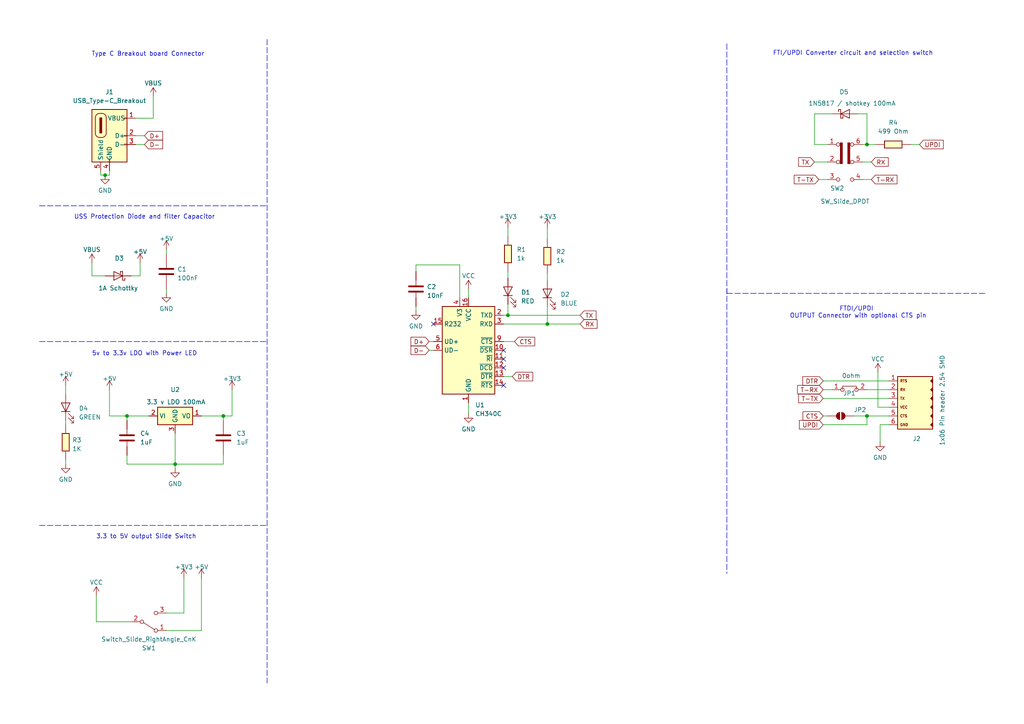
<source format=kicad_sch>
(kicad_sch (version 20250114) (generator "eeschema") (generator_version "9.0")
  (paper "A4")
  (title_block (title "CH340C-Type C USb to FTDI and UPDI Converter") (date "2025-04-05") (rev "v1.0") (company "ProshPlay | Super Fablab Kerala"))
  (lib_symbols
    (symbol "Interface_USB:CH340C"
      (property "Reference" "U" (at -5.08 13.97 0))
      (property "Value" "CH340C" (at 1.27 13.97 0))
      (symbol "CH340C_0_1"
        (rectangle (start -7.62 12.7) (end 7.62 -12.7) (stroke (width 0.254)) (fill (type background)))
      )
      (symbol "CH340C_1_1"
        (pin input line (at -10.16 7.62 0) (length 2.54) (name "R232") (number "15"))
        (pin bidirectional line (at -10.16 2.54 0) (length 2.54) (name "UD+") (number "5"))
        (pin bidirectional line (at -10.16 0 0) (length 2.54) (name "UD-") (number "6"))
        (pin no_connect line (at -7.62 -7.62 0) (length 2.54) (hide yes) (name "NC") (number "7"))
        (pin no_connect line (at -7.62 -10.16 0) (length 2.54) (hide yes) (name "NC") (number "8"))
        (pin passive line (at -2.54 15.24 270) (length 2.54) (name "V3") (number "4"))
        (pin power_in line (at 0 15.24 270) (length 2.54) (name "VCC") (number "16"))
        (pin power_in line (at 0 -15.24 90) (length 2.54) (name "GND") (number "1"))
        (pin output line (at 10.16 10.16 180) (length 2.54) (name "TXD") (number "2"))
        (pin input line (at 10.16 7.62 180) (length 2.54) (name "RXD") (number "3"))
        (pin input line (at 10.16 2.54 180) (length 2.54) (name "~{CTS}") (number "9"))
        (pin input line (at 10.16 0 180) (length 2.54) (name "~{DSR}") (number "10"))
        (pin input line (at 10.16 -2.54 180) (length 2.54) (name "~{RI}") (number "11"))
        (pin input line (at 10.16 -5.08 180) (length 2.54) (name "~{DCD}") (number "12"))
        (pin output line (at 10.16 -7.62 180) (length 2.54) (name "~{DTR}") (number "13"))
        (pin output line (at 10.16 -10.16 180) (length 2.54) (name "~{RTS}") (number "14"))
      )
    )
    (symbol "Jumper:SolderJumper_2_Open" (pin_numbers (hide yes)) (pin_names (offset 0) (hide yes)) (exclude_from_sim yes) (in_bom no)
      (property "Reference" "JP" (at 0 2.032 0))
      (property "Value" "SolderJumper_2_Open" (at 0 -2.54 0))
      (symbol "SolderJumper_2_Open_0_1"
        (polyline (pts (xy -0.254 1.016) (xy -0.254 -1.016)))
        (arc (start -0.254 -1.016) (mid -1.2656 0) (end -0.254 1.016))
        (arc (start -0.254 -1.016) (mid -1.2656 0) (end -0.254 1.016) (fill (type outline)))
        (arc (start 0.254 1.016) (mid 1.2656 0) (end 0.254 -1.016))
        (arc (start 0.254 1.016) (mid 1.2656 0) (end 0.254 -1.016) (fill (type outline)))
        (polyline (pts (xy 0.254 1.016) (xy 0.254 -1.016)))
      )
      (symbol "SolderJumper_2_Open_1_1"
        (pin passive line (at -3.81 0 0) (length 2.54) (name "A") (number "1"))
        (pin passive line (at 3.81 0 180) (length 2.54) (name "B") (number "2"))
      )
    )
    (symbol "ProshPlay:ProshPlay-Type-C-breakout-board"
      (property "Reference" "J" (at -3.175 10.795 0))
      (property "Value" "USB_Type-C_Breakout" (at 0 8.255 0))
      (symbol "ProshPlay-Type-C-breakout-board_0_1"
        (rectangle (start -5.08 6.35) (end 5.08 -8.89) (stroke (width 0.254)) (fill (type background)))
        (polyline (pts (xy -4.1059 3.9504) (xy -4.1059 -0.4946)) (stroke (width 0.2)))
        (polyline (pts (xy -2.8359 5.2204) (xy -2.2009 5.2204)) (stroke (width 0.2)))
        (arc (start -4.106 3.9505) (mid -3.734 4.8485) (end -2.836 5.2205) (stroke (width 0.2)))
        (rectangle (start -2.8359 3.9504) (end -2.2009 -0.4946) (fill (type outline)))
        (polyline (pts (xy -2.8359 -1.7646) (xy -2.2009 -1.7646)) (stroke (width 0.2)))
        (arc (start -2.8359 -1.7646) (mid -3.7339 -1.3926) (end -4.1059 -0.4946) (stroke (width 0.2)))
        (arc (start -0.9308 -0.4947) (mid -1.3043 -1.3913) (end -2.2009 -1.7646) (stroke (width 0.2)))
        (arc (start -2.2008 5.2205) (mid -1.3028 4.8485) (end -0.9308 3.9505) (stroke (width 0.2)))
        (polyline (pts (xy -0.9309 -0.4946) (xy -0.9309 3.9504)) (stroke (width 0.2)))
        (rectangle (start -0.127 -8.89) (end 0.127 -8.128))
        (rectangle (start 5.08 3.683) (end 4.318 3.937))
        (rectangle (start 5.08 -1.397) (end 4.318 -1.143))
        (rectangle (start 5.08 -3.937) (end 4.318 -3.683))
      )
      (symbol "ProshPlay-Type-C-breakout-board_1_1"
        (pin passive line (at -2.54 -11.43 90) (length 2.54) (name "Shield") (number "5"))
        (pin power_in line (at 0 -11.43 90) (length 2.54) (name "GND") (number "4"))
        (pin power_in line (at 7.62 3.81 180) (length 2.54) (name "VBUS") (number "1"))
        (pin bidirectional line (at 7.62 -1.27 180) (length 2.54) (name "D+") (number "2"))
        (pin bidirectional line (at 7.62 -3.81 180) (length 2.54) (name "D-") (number "3"))
      )
    )
    (symbol "Switch:SW_Slide_DPDT" (pin_names (offset 0) (hide yes))
      (property "Reference" "SW" (at 0 6.858 0))
      (property "Value" "SW_Slide_DPDT" (at 0 -8.128 0))
      (symbol "SW_Slide_DPDT_0_0"
        (circle (center -2.032 5.08) (radius 0.508))
        (circle (center -2.032 -5.08) (radius 0.508))
        (circle (center 2.032 0) (radius 0.508))
        (circle (center 2.032 -5.08) (radius 0.508))
      )
      (symbol "SW_Slide_DPDT_0_1"
        (circle (center -2.032 0) (radius 0.508))
        (circle (center 2.032 5.08) (radius 0.508))
      )
      (symbol "SW_Slide_DPDT_1_1"
        (rectangle (start -1.397 5.588) (end -0.762 -0.508) (fill (type outline)))
        (rectangle (start 0.762 5.588) (end 1.397 -0.508) (fill (type outline)))
        (pin passive line (at -5.08 5.08 0) (length 2.54) (name "A") (number "1"))
        (pin passive line (at -5.08 0 0) (length 2.54) (name "B") (number "2"))
        (pin passive line (at -5.08 -5.08 0) (length 2.54) (name "C") (number "3"))
        (pin passive line (at 5.08 5.08 180) (length 2.54) (name "C") (number "6"))
        (pin passive line (at 5.08 0 180) (length 2.54) (name "B") (number "5"))
        (pin passive line (at 5.08 -5.08 180) (length 2.54) (name "A") (number "4"))
      )
    )
    (symbol "fab:Diode_Schottky_MiniSMA" (pin_numbers (hide yes)) (pin_names (offset 1.016) (hide yes))
      (property "Reference" "D" (at 0 2.54 0))
      (property "Value" "Diode_Schottky_MiniSMA" (at 0 -2.54 0))
      (symbol "Diode_Schottky_MiniSMA_0_1"
        (polyline (pts (xy -1.905 0.635) (xy -1.905 1.27) (xy -1.27 1.27) (xy -1.27 -1.27) (xy -0.635 -1.27) (xy -0.635 -0.635)) (stroke (width 0.2032)))
        (polyline (pts (xy 1.27 1.27) (xy 1.27 -1.27) (xy -1.27 0) (xy 1.27 1.27)) (stroke (width 0.2032)))
        (polyline (pts (xy 1.27 0) (xy -1.27 0)))
      )
      (symbol "Diode_Schottky_MiniSMA_1_1"
        (pin passive line (at -3.81 0 0) (length 2.54) (name "K") (number "1"))
        (pin passive line (at 3.81 0 180) (length 2.54) (name "A") (number "2"))
      )
    )
    (symbol "fab:Jumper_1206" (pin_names (offset 0) (hide yes))
      (property "Reference" "JP" (at 0 1.905 0))
      (property "Value" "Jumper_1206" (at 0 -2.54 0))
      (symbol "Jumper_1206_0_0"
        (circle (center -2.032 0) (radius 0.508))
        (circle (center 2.032 0) (radius 0.508))
      )
      (symbol "Jumper_1206_0_1"
        (polyline (pts (xy -2.032 0) (xy -2.032 1.016) (xy 2.032 1.016) (xy 2.032 0)))
      )
      (symbol "Jumper_1206_1_1"
        (pin passive line (at -5.08 0 0) (length 2.54) (name "A") (number "1"))
        (pin passive line (at 5.08 0 180) (length 2.54) (name "B") (number "2"))
      )
    )
    (symbol "fab:R_1206" (pin_numbers (hide yes)) (pin_names (offset 0))
      (property "Reference" "R" (at 2.54 0 90))
      (property "Value" "R_1206" (at -2.54 0 90))
      (symbol "R_1206_0_1"
        (rectangle (start -1.016 -2.54) (end 1.016 2.54) (stroke (width 0.254)) (fill (type background)))
      )
      (symbol "R_1206_1_1"
        (pin passive line (at 0 5.08 270) (length 2.54) (name "~") (number "1"))
        (pin passive line (at 0 -5.08 90) (length 2.54) (name "~") (number "2"))
      )
    )
    (symbol "fab:Regulator_Linear_3.3V_100mA_TexasInstruments"
      (property "Reference" "U" (at -5.08 6.35 0))
      (property "Value" "Regulator_Linear_3.3V_100mA_TexasInstruments" (at -5.08 3.81 0))
      (symbol "Regulator_Linear_3.3V_100mA_TexasInstruments_0_1"
        (rectangle (start -5.08 2.54) (end 5.08 -2.54) (stroke (width 0.254)) (fill (type background)))
      )
      (symbol "Regulator_Linear_3.3V_100mA_TexasInstruments_1_1"
        (pin power_in line (at -7.62 0 0) (length 2.54) (name "VI") (number "2"))
        (pin power_in line (at 0 -5.08 90) (length 2.54) (name "GND") (number "3"))
        (pin power_out line (at 7.62 0 180) (length 2.54) (name "VO") (number "1"))
      )
    )
    (symbol "fab:Switch_Slide_RightAngle_CnK" (pin_names (offset 0) (hide yes))
      (property "Reference" "SW" (at 0 4.318 0))
      (property "Value" "Switch_Slide_RightAngle_CnK" (at 0 -5.08 0))
      (symbol "Switch_Slide_RightAngle_CnK_0_0"
        (circle (center -2.032 0) (radius 0.508))
        (circle (center 2.032 -2.54) (radius 0.508))
      )
      (symbol "Switch_Slide_RightAngle_CnK_0_1"
        (polyline (pts (xy -1.524 0.254) (xy 1.651 2.286)))
        (circle (center 2.032 2.54) (radius 0.508))
      )
      (symbol "Switch_Slide_RightAngle_CnK_1_1"
        (pin passive line (at -5.08 0 0) (length 2.54) (name "B") (number "2"))
        (pin passive line (at 5.08 2.54 180) (length 2.54) (name "A") (number "1"))
        (pin passive line (at 5.08 -2.54 180) (length 2.54) (name "C") (number "3"))
      )
    )
    (symbol "fabold:C_1206" (pin_numbers (hide yes))
      (property "Reference" "C" (at 0.635 2.54 0))
      (property "Value" "C_1206" (at 0.635 -2.54 0))
      (symbol "C_1206_0_1"
        (polyline (pts (xy -2.032 0.762) (xy 2.032 0.762)) (stroke (width 0.508)))
        (polyline (pts (xy -2.032 -0.762) (xy 2.032 -0.762)) (stroke (width 0.508)))
        (polyline (pts (xy 0 0.635) (xy 0 2.54)))
        (polyline (pts (xy 0 -0.635) (xy 0 -2.54)))
      )
      (symbol "C_1206_1_1"
        (pin passive line (at 0 5.08 270) (length 2.54) (name "~") (number "1"))
        (pin passive line (at 0 -5.08 90) (length 2.54) (name "~") (number "2"))
      )
    )
    (symbol "fabold:Conn_PinSocket_FTDI_1x06_P2.54mm_Horizontal_SMD"
      (property "Reference" "J" (at 0 7.62 0))
      (property "Value" "Conn_PinSocket_FTDI_1x06_P2.54mm_Horizontal_SMD" (at 0 -10.16 0))
      (symbol "Conn_PinSocket_FTDI_1x06_P2.54mm_Horizontal_SMD_0_0"
        (polyline (pts (xy -2.286 -7.366) (xy -2.286 -7.366)))
        (polyline (pts (xy 5.08 5.715) (xy 4.445 5.08) (xy 5.08 4.445) (xy 5.08 5.715)) (fill (type outline)))
        (polyline (pts (xy 5.08 3.175) (xy 4.445 2.54) (xy 5.08 1.905) (xy 5.08 3.175)) (fill (type outline)))
        (polyline (pts (xy 5.08 0.635) (xy 4.445 0) (xy 5.08 -0.635) (xy 5.08 0.635)) (fill (type outline)))
        (polyline (pts (xy 5.08 -1.905) (xy 4.445 -2.54) (xy 5.08 -3.175) (xy 5.08 -1.905)) (fill (type outline)))
        (polyline (pts (xy 5.08 -4.445) (xy 4.445 -5.08) (xy 5.08 -5.715) (xy 5.08 -4.445)) (fill (type outline)))
        (polyline (pts (xy 5.08 -6.985) (xy 4.445 -7.62) (xy 5.08 -8.255) (xy 5.08 -6.985)) (fill (type outline)))
        (text "RTS" (at -4.445 5.08 0) (effects (font (size 0.75 0.75)) (justify left)))
        (text "RX" (at -4.445 2.54 0) (effects (font (size 0.75 0.75)) (justify left)))
        (text "TX" (at -4.445 0 0) (effects (font (size 0.75 0.75)) (justify left)))
        (text "VCC" (at -4.445 -2.54 0) (effects (font (size 0.75 0.75)) (justify left)))
        (text "CTS" (at -4.445 -5.08 0) (effects (font (size 0.75 0.75)) (justify left)))
        (text "GND" (at -4.445 -7.62 0) (effects (font (size 0.75 0.75)) (justify left)))
      )
      (symbol "Conn_PinSocket_FTDI_1x06_P2.54mm_Horizontal_SMD_0_1"
        (rectangle (start -5.08 6.35) (end 5.08 -8.89) (stroke (width 0.254)) (fill (type background)))
      )
      (symbol "Conn_PinSocket_FTDI_1x06_P2.54mm_Horizontal_SMD_1_1"
        (pin passive line (at -7.62 5.08 0) (length 2.54) (name "") (number "1"))
        (pin passive line (at -7.62 2.54 0) (length 2.54) (name "") (number "2"))
        (pin passive line (at -7.62 0 0) (length 2.54) (name "") (number "3"))
        (pin passive line (at -7.62 -2.54 0) (length 2.54) (name "") (number "4"))
        (pin passive line (at -7.62 -5.08 0) (length 2.54) (name "") (number "5"))
        (pin passive line (at -7.62 -7.62 0) (length 2.54) (name "") (number "6"))
      )
    )
    (symbol "fabold:Diode_Schottky_MiniSMA" (pin_numbers (hide yes)) (pin_names (offset 1.016) (hide yes))
      (property "Reference" "D" (at 0 2.54 0))
      (property "Value" "Diode_Schottky_MiniSMA" (at 0 -2.54 0))
      (symbol "Diode_Schottky_MiniSMA_0_1"
        (polyline (pts (xy -1.905 0.635) (xy -1.905 1.27) (xy -1.27 1.27) (xy -1.27 -1.27) (xy -0.635 -1.27) (xy -0.635 -0.635)) (stroke (width 0.2032)))
        (polyline (pts (xy 1.27 1.27) (xy 1.27 -1.27) (xy -1.27 0) (xy 1.27 1.27)) (stroke (width 0.2032)))
        (polyline (pts (xy 1.27 0) (xy -1.27 0)))
      )
      (symbol "Diode_Schottky_MiniSMA_1_1"
        (pin passive line (at -3.81 0 0) (length 2.54) (name "K") (number "1"))
        (pin passive line (at 3.81 0 180) (length 2.54) (name "A") (number "2"))
      )
    )
    (symbol "fabold:LED_1206" (pin_numbers (hide yes)) (pin_names (offset 1.016) (hide yes))
      (property "Reference" "D" (at 0 2.54 0))
      (property "Value" "LED_1206" (at 0 -2.54 0))
      (symbol "LED_1206_0_1"
        (polyline (pts (xy -3.048 -0.762) (xy -4.572 -2.286) (xy -3.81 -2.286) (xy -4.572 -2.286) (xy -4.572 -1.524)))
        (polyline (pts (xy -1.778 -0.762) (xy -3.302 -2.286) (xy -2.54 -2.286) (xy -3.302 -2.286) (xy -3.302 -1.524)))
        (polyline (pts (xy -1.27 0) (xy 1.27 0)))
        (polyline (pts (xy -1.27 -1.27) (xy -1.27 1.27)) (stroke (width 0.2032)))
        (polyline (pts (xy 1.27 -1.27) (xy 1.27 1.27) (xy -1.27 0) (xy 1.27 -1.27)) (stroke (width 0.2032)))
      )
      (symbol "LED_1206_1_1"
        (pin passive line (at -3.81 0 0) (length 2.54) (name "K") (number "1"))
        (pin passive line (at 3.81 0 180) (length 2.54) (name "A") (number "2"))
      )
    )
    (symbol "fabold:R_1206" (pin_numbers (hide yes)) (pin_names (offset 0))
      (property "Reference" "R" (at 2.54 0 90))
      (property "Value" "R_1206" (at -2.54 0 90))
      (symbol "R_1206_0_1"
        (rectangle (start -1.016 -2.54) (end 1.016 2.54) (stroke (width 0.254)) (fill (type background)))
      )
      (symbol "R_1206_1_1"
        (pin passive line (at 0 5.08 270) (length 2.54) (name "~") (number "1"))
        (pin passive line (at 0 -5.08 90) (length 2.54) (name "~") (number "2"))
      )
    )
    (symbol "power:+3V3" (power) (pin_names (offset 0))
      (property "Value" "+3V3" (at 0 3.556 0))
      (symbol "+3V3_0_1"
        (polyline (pts (xy -0.762 1.27) (xy 0 2.54)))
        (polyline (pts (xy 0 2.54) (xy 0.762 1.27)))
        (polyline (pts (xy 0 0) (xy 0 2.54)))
      )
      (symbol "+3V3_1_1"
        (pin power_in line (at 0 0 90) (length 0) (hide yes) (name "+3V3") (number "1"))
      )
    )
    (symbol "power:+5V" (power) (pin_names (offset 0))
      (property "Value" "+5V" (at 0 3.556 0))
      (symbol "+5V_0_1"
        (polyline (pts (xy -0.762 1.27) (xy 0 2.54)))
        (polyline (pts (xy 0 2.54) (xy 0.762 1.27)))
        (polyline (pts (xy 0 0) (xy 0 2.54)))
      )
      (symbol "+5V_1_1"
        (pin power_in line (at 0 0 90) (length 0) (hide yes) (name "+5V") (number "1"))
      )
    )
    (symbol "power:GND" (power) (pin_names (offset 0))
      (property "Value" "GND" (at 0 -3.81 0))
      (symbol "GND_0_1"
        (polyline (pts (xy 0 0) (xy 0 -1.27) (xy 1.27 -1.27) (xy 0 -2.54) (xy -1.27 -1.27) (xy 0 -1.27)))
      )
      (symbol "GND_1_1"
        (pin power_in line (at 0 0 270) (length 0) (hide yes) (name "GND") (number "1"))
      )
    )
    (symbol "power:VBUS" (power) (pin_names (offset 0))
      (property "Value" "VBUS" (at 0 3.81 0))
      (symbol "VBUS_0_1"
        (polyline (pts (xy -0.762 1.27) (xy 0 2.54)))
        (polyline (pts (xy 0 2.54) (xy 0.762 1.27)))
        (polyline (pts (xy 0 0) (xy 0 2.54)))
      )
      (symbol "VBUS_1_1"
        (pin power_in line (at 0 0 90) (length 0) (hide yes) (name "VBUS") (number "1"))
      )
    )
    (symbol "power:VCC" (power) (pin_names (offset 0))
      (property "Value" "VCC" (at 0 3.81 0))
      (symbol "VCC_0_1"
        (polyline (pts (xy -0.762 1.27) (xy 0 2.54)))
        (polyline (pts (xy 0 2.54) (xy 0.762 1.27)))
        (polyline (pts (xy 0 0) (xy 0 2.54)))
      )
      (symbol "VCC_1_1"
        (pin power_in line (at 0 0 90) (length 0) (hide yes) (name "VCC") (number "1"))
      )
    )
  )
  (text "USS Protection Diode and filter Capacitor\n" (at 41.91 62.992 0) (effects (font (size 1.27 1.27))))
  (text "5v to 3.3v LDO with Power LED\n" (at 41.91 102.616 0) (effects (font (size 1.27 1.27))))
  (text "FTI/UPDI Converter circuit and selection switch\n" (at 247.396 15.494 0) (effects (font (size 1.27 1.27))))
  (text "FTDI/UPDI\n OUTPUT Connector with optional CTS pin" (at 248.412 90.678 0) (effects (font (size 1.27 1.27))))
  (text "Type C Breakout board Connector\n" (at 42.926 15.748 0) (effects (font (size 1.27 1.27))))
  (text "3.3 to 5V output Slide Switch\n" (at 42.418 155.702 0) (effects (font (size 1.27 1.27))))
  (junction (at 30.48 50.8))
  (junction (at 64.77 120.65))
  (junction (at 251.46 41.91))
  (junction (at 251.46 120.65))
  (junction (at 147.32 91.44))
  (junction (at 158.75 93.98))
  (junction (at 36.83 120.65))
  (junction (at 50.8 134.62))
  (no_connect (at 146.05 111.76))
  (no_connect (at 146.05 101.6))
  (no_connect (at 125.73 93.98))
  (no_connect (at 146.05 104.14))
  (no_connect (at 146.05 106.68))
  (wire (pts (xy 135.89 120.015) (xy 135.89 116.84)))
  (wire (pts (xy 41.91 39.37) (xy 39.37 39.37)))
  (wire (pts (xy 147.32 66.04) (xy 147.32 68.58)))
  (wire (pts (xy 238.76 115.57) (xy 257.81 115.57)))
  (wire (pts (xy 266.7 41.91) (xy 264.16 41.91)))
  (wire (pts (xy 133.35 76.835) (xy 120.65 76.835)))
  (wire (pts (xy 64.77 132.08) (xy 64.77 134.62)))
  (wire (pts (xy 238.76 110.49) (xy 257.81 110.49)))
  (wire (pts (xy 27.94 172.72) (xy 27.94 180.34)))
  (wire (pts (xy 148.59 109.22) (xy 146.05 109.22)))
  (wire (pts (xy 19.05 134.62) (xy 19.05 133.35)))
  (wire (pts (xy 238.76 123.19) (xy 251.46 123.19)))
  (wire (pts (xy 58.42 167.64) (xy 58.42 182.88)))
  (polyline (pts (xy 77.47 11.43) (xy 77.47 198.12)) (stroke (width 0) (type dash)))
  (wire (pts (xy 252.73 52.07) (xy 250.19 52.07)))
  (wire (pts (xy 254.635 118.11) (xy 254.635 107.95)))
  (wire (pts (xy 257.81 118.11) (xy 254.635 118.11)))
  (wire (pts (xy 27.94 180.34) (xy 38.1 180.34)))
  (wire (pts (xy 248.92 33.02) (xy 251.46 33.02)))
  (wire (pts (xy 251.46 120.65) (xy 257.81 120.65)))
  (wire (pts (xy 146.05 93.98) (xy 158.75 93.98)))
  (wire (pts (xy 19.05 111.76) (xy 19.05 114.3)))
  (wire (pts (xy 168.275 91.44) (xy 147.32 91.44)))
  (wire (pts (xy 149.225 99.06) (xy 146.05 99.06)))
  (wire (pts (xy 251.46 123.19) (xy 251.46 120.65)))
  (polyline (pts (xy 210.82 12.7) (xy 210.82 166.37)) (stroke (width 0) (type dash)))
  (wire (pts (xy 64.77 120.65) (xy 64.77 121.92)))
  (wire (pts (xy 236.22 46.99) (xy 240.03 46.99)))
  (wire (pts (xy 48.26 72.39) (xy 48.26 73.66)))
  (polyline (pts (xy 210.82 83.82) (xy 210.82 85.09)))
  (wire (pts (xy 238.76 120.65) (xy 240.03 120.65)))
  (wire (pts (xy 31.75 113.03) (xy 31.75 120.65)))
  (wire (pts (xy 147.32 91.44) (xy 146.05 91.44)))
  (wire (pts (xy 254 41.91) (xy 251.46 41.91)))
  (wire (pts (xy 251.46 33.02) (xy 251.46 41.91)))
  (wire (pts (xy 31.75 120.65) (xy 36.83 120.65)))
  (wire (pts (xy 124.46 101.6) (xy 125.73 101.6)))
  (wire (pts (xy 67.31 120.65) (xy 64.77 120.65)))
  (wire (pts (xy 29.21 49.53) (xy 29.21 50.8)))
  (wire (pts (xy 241.3 33.02) (xy 236.22 33.02)))
  (wire (pts (xy 44.45 27.94) (xy 44.45 34.29)))
  (wire (pts (xy 36.83 134.62) (xy 50.8 134.62)))
  (wire (pts (xy 29.21 50.8) (xy 30.48 50.8)))
  (wire (pts (xy 53.34 177.8) (xy 48.26 177.8)))
  (wire (pts (xy 50.8 134.62) (xy 50.8 135.89)))
  (wire (pts (xy 251.46 113.03) (xy 257.81 113.03)))
  (wire (pts (xy 236.22 41.91) (xy 240.03 41.91)))
  (wire (pts (xy 158.75 88.9) (xy 158.75 93.98)))
  (wire (pts (xy 120.65 76.835) (xy 120.65 78.74)))
  (wire (pts (xy 237.49 52.07) (xy 240.03 52.07)))
  (wire (pts (xy 44.45 34.29) (xy 39.37 34.29)))
  (wire (pts (xy 251.46 41.91) (xy 250.19 41.91)))
  (polyline (pts (xy 11.43 59.69) (xy 77.47 59.69)) (stroke (width 0) (type dash)))
  (wire (pts (xy 53.34 167.64) (xy 53.34 177.8)))
  (wire (pts (xy 58.42 182.88) (xy 48.26 182.88)))
  (wire (pts (xy 58.42 120.65) (xy 64.77 120.65)))
  (wire (pts (xy 48.26 85.09) (xy 48.26 83.82)))
  (wire (pts (xy 158.75 79.375) (xy 158.75 81.28)))
  (wire (pts (xy 250.19 46.99) (xy 252.73 46.99)))
  (wire (pts (xy 247.65 120.65) (xy 251.46 120.65)))
  (polyline (pts (xy 11.43 152.4) (xy 77.47 152.4)) (stroke (width 0) (type dash)))
  (wire (pts (xy 40.64 76.2) (xy 40.64 80.01)))
  (wire (pts (xy 43.18 120.65) (xy 36.83 120.65)))
  (polyline (pts (xy 11.43 99.06) (xy 77.47 99.06)) (stroke (width 0) (type dash)))
  (wire (pts (xy 168.275 93.98) (xy 158.75 93.98)))
  (wire (pts (xy 26.67 80.01) (xy 30.48 80.01)))
  (wire (pts (xy 257.81 123.19) (xy 255.27 123.19)))
  (wire (pts (xy 26.67 76.2) (xy 26.67 80.01)))
  (wire (pts (xy 255.27 123.19) (xy 255.27 128.27)))
  (wire (pts (xy 50.8 134.62) (xy 64.77 134.62)))
  (wire (pts (xy 31.75 50.8) (xy 30.48 50.8)))
  (wire (pts (xy 147.32 78.74) (xy 147.32 80.645)))
  (wire (pts (xy 135.89 83.82) (xy 135.89 86.36)))
  (wire (pts (xy 40.64 80.01) (xy 38.1 80.01)))
  (wire (pts (xy 36.83 132.08) (xy 36.83 134.62)))
  (wire (pts (xy 31.75 49.53) (xy 31.75 50.8)))
  (wire (pts (xy 124.46 99.06) (xy 125.73 99.06)))
  (wire (pts (xy 133.35 86.36) (xy 133.35 76.835)))
  (wire (pts (xy 41.91 41.91) (xy 39.37 41.91)))
  (wire (pts (xy 19.05 123.19) (xy 19.05 121.92)))
  (wire (pts (xy 238.76 113.03) (xy 241.3 113.03)))
  (polyline (pts (xy 210.82 85.09) (xy 285.75 85.09)) (stroke (width 0) (type dash)))
  (wire (pts (xy 120.65 90.17) (xy 120.65 88.9)))
  (wire (pts (xy 50.8 125.73) (xy 50.8 134.62)))
  (wire (pts (xy 158.75 66.04) (xy 158.75 69.215)))
  (wire (pts (xy 67.31 113.03) (xy 67.31 120.65)))
  (wire (pts (xy 236.22 33.02) (xy 236.22 41.91)))
  (wire (pts (xy 36.83 120.65) (xy 36.83 121.92)))
  (wire (pts (xy 147.32 88.265) (xy 147.32 91.44)))
  (global_label "DTR" (shape input) (at 238.76 110.49 180) (property "Intersheetrefs" "${INTERSHEET_REFS}" (effects (hide yes))))
  (global_label "CTS" (shape input) (at 149.225 99.06 0) (property "Intersheetrefs" "${INTERSHEET_REFS}" (effects (hide yes))))
  (global_label "D-" (shape input) (at 41.91 41.91 0) (property "Intersheetrefs" "${INTERSHEET_REFS}" (effects (hide yes))))
  (global_label "CTS" (shape input) (at 238.76 120.65 180) (property "Intersheetrefs" "${INTERSHEET_REFS}" (effects (hide yes))))
  (global_label "RX" (shape input) (at 252.73 46.99 0) (property "Intersheetrefs" "${INTERSHEET_REFS}" (effects (hide yes))))
  (global_label "D+" (shape input) (at 124.46 99.06 180) (property "Intersheetrefs" "${INTERSHEET_REFS}" (effects (hide yes))))
  (global_label "DTR" (shape input) (at 148.59 109.22 0) (property "Intersheetrefs" "${INTERSHEET_REFS}" (effects (hide yes))))
  (global_label "T-TX" (shape input) (at 238.76 115.57 180) (property "Intersheetrefs" "${INTERSHEET_REFS}" (effects (hide yes))))
  (global_label "RX" (shape input) (at 168.275 93.98 0) (property "Intersheetrefs" "${INTERSHEET_REFS}" (effects (hide yes))))
  (global_label "T-RX" (shape input) (at 238.76 113.03 180) (property "Intersheetrefs" "${INTERSHEET_REFS}" (effects (hide yes))))
  (global_label "T-RX" (shape input) (at 252.73 52.07 0) (property "Intersheetrefs" "${INTERSHEET_REFS}" (effects (hide yes))))
  (global_label "TX" (shape input) (at 168.275 91.44 0) (property "Intersheetrefs" "${INTERSHEET_REFS}" (effects (hide yes))))
  (global_label "D-" (shape input) (at 124.46 101.6 180) (property "Intersheetrefs" "${INTERSHEET_REFS}" (effects (hide yes))))
  (global_label "UPDI" (shape input) (at 238.76 123.19 180) (property "Intersheetrefs" "${INTERSHEET_REFS}" (effects (hide yes))))
  (global_label "TX" (shape input) (at 236.22 46.99 180) (property "Intersheetrefs" "${INTERSHEET_REFS}" (effects (hide yes))))
  (global_label "D+" (shape input) (at 41.91 39.37 0) (property "Intersheetrefs" "${INTERSHEET_REFS}" (effects (hide yes))))
  (global_label "UPDI" (shape input) (at 266.7 41.91 0) (property "Intersheetrefs" "${INTERSHEET_REFS}" (effects (hide yes))))
  (global_label "T-TX" (shape input) (at 237.49 52.07 180) (property "Intersheetrefs" "${INTERSHEET_REFS}" (effects (hide yes))))
  (symbol (lib_id "fabold:Diode_Schottky_MiniSMA") (at 34.29 80.01 180) (unit 1)
    (property "Reference" "D3" (at 34.6075 74.93 0))
    (property "Value" "1A Schottky" (at 34.29 83.566 0))
    (property "Footprint" "fab:SOD-123T" (effects (hide yes)))
    (property "Datasheet" "https://www.st.com/content/ccc/resource/technical/document/datasheet/c6/32/d4/4a/28/d3/4b/11/CD00004930.pdf/files/CD00004930.pdf/jcr:content/translations/en.CD00004930.pdf" (effects (hide yes)))
  )
  (symbol (lib_id "fab:Diode_Schottky_MiniSMA") (at 245.11 33.02 0) (unit 1)
    (property "Reference" "D5" (at 244.7925 26.67 0))
    (property "Value" "1N5817 / shotkey 100mA" (at 247.142 29.972 0))
    (property "Footprint" "fab:Diode_Schottky_MiniSMA" (effects (hide yes)))
    (property "Datasheet" "https://www.st.com/content/ccc/resource/technical/document/datasheet/c6/32/d4/4a/28/d3/4b/11/CD00004930.pdf/files/CD00004930.pdf/jcr:content/translations/en.CD00004930.pdf" (effects (hide yes)))
    (property "Description" "Schottky diode with Mini-SMA footprint" (effects (hide yes)))
  )
  (symbol (lib_id "fabold:R_1206") (at 19.05 128.27 0) (unit 1)
    (property "Reference" "R3" (at 20.955 127.635 0) (effects (justify left)))
    (property "Value" "1K" (at 20.955 130.175 0) (effects (justify left)))
    (property "Footprint" "fab:R_1206" (effects (hide yes)))
  )
  (symbol (lib_id "ProshPlay:ProshPlay-Type-C-breakout-board") (at 31.75 38.1 0) (unit 1)
    (property "Reference" "J1" (at 31.75 26.67 0))
    (property "Value" "USB_Type-C_Breakout" (at 31.75 29.21 0))
    (property "Footprint" "ProshPlay:ProshPlay-Type-C-breakout-board" (effects (hide yes)))
  )
  (symbol (lib_id "power:+5V") (at 48.26 72.39 0) (unit 1)
    (property "Reference" "#PWR07" (effects (hide yes)))
    (property "Value" "+5V" (at 48.26 69.215 0))
  )
  (symbol (lib_id "power:GND") (at 120.65 90.17 0) (unit 1)
    (property "Reference" "#PWR09" (effects (hide yes)))
    (property "Value" "GND" (at 120.65 94.615 0))
  )
  (symbol (lib_id "fab:Jumper_1206") (at 246.38 113.03 0) (unit 1)
    (property "Reference" "JP1" (at 246.38 114.046 0))
    (property "Value" "0ohm" (at 246.888 108.966 0))
    (property "Footprint" "fab:Jumper_1206" (effects (hide yes)))
    (property "Description" "Jumper based on 0 Ohm 1206 resistor" (effects (hide yes)))
  )
  (symbol (lib_id "Jumper:SolderJumper_2_Open") (at 243.84 120.65 0) (unit 1) (exclude_from_sim yes) (in_bom no)
    (property "Reference" "JP2" (at 249.428 118.872 0))
    (property "Value" "SolderJumper_2_Open" (effects (hide yes)))
    (property "Footprint" "Jumper:SolderJumper-2_P1.3mm_Open_RoundedPad1.0x1.5mm" (effects (hide yes)))
    (property "Description" "Solder Jumper, 2-pole, open" (effects (hide yes)))
  )
  (symbol (lib_id "fabold:C_1206") (at 64.77 127 0) (unit 1)
    (property "Reference" "C3" (at 68.58 125.7299 0) (effects (justify left)))
    (property "Value" "1uF" (at 68.58 128.2699 0) (effects (justify left)))
    (property "Footprint" "fab:C_1206" (effects (hide yes)))
    (property "Datasheet" "https://www.yageo.com/upload/media/product/productsearch/datasheet/mlcc/UPY-GP_NP0_16V-to-50V_18.pdf" (effects (hide yes)))
  )
  (symbol (lib_id "fabold:LED_1206") (at 147.32 84.455 90) (unit 1)
    (property "Reference" "D1" (at 151.13 84.7851 90) (effects (justify right)))
    (property "Value" "RED" (at 151.13 87.3251 90) (effects (justify right)))
    (property "Footprint" "fab:LED_1206" (effects (hide yes)))
    (property "Datasheet" "https://optoelectronics.liteon.com/upload/download/DS-22-98-0002/LTST-C150CKT.pdf" (effects (hide yes)))
  )
  (symbol (lib_id "fabold:C_1206") (at 120.65 83.82 0) (unit 1)
    (property "Reference" "C2" (at 123.825 83.185 0) (effects (justify left)))
    (property "Value" "10nF" (at 123.825 85.725 0) (effects (justify left)))
    (property "Footprint" "fab:C_1206" (effects (hide yes)))
    (property "Datasheet" "https://www.yageo.com/upload/media/product/productsearch/datasheet/mlcc/UPY-GP_NP0_16V-to-50V_18.pdf" (effects (hide yes)))
  )
  (symbol (lib_id "power:+3V3") (at 158.75 66.04 0) (unit 1)
    (property "Reference" "#PWR013" (effects (hide yes)))
    (property "Value" "+3V3" (at 158.75 62.865 0))
  )
  (symbol (lib_id "power:VCC") (at 254.635 107.95 0) (unit 1)
    (property "Reference" "#PWR05" (effects (hide yes)))
    (property "Value" "VCC" (at 254.635 104.14 0))
  )
  (symbol (lib_id "fab:R_1206") (at 259.08 41.91 90) (unit 1)
    (property "Reference" "R4" (at 259.08 35.56 90))
    (property "Value" "499 Ohm" (at 259.08 38.1 90))
    (property "Footprint" "fab:R_1206" (effects (hide yes)))
    (property "Description" "Resistor" (effects (hide yes)))
  )
  (symbol (lib_id "power:GND") (at 19.05 134.62 0) (unit 1)
    (property "Reference" "#PWR018" (effects (hide yes)))
    (property "Value" "GND" (at 19.05 139.065 0))
  )
  (symbol (lib_id "power:GND") (at 50.8 135.89 0) (unit 1)
    (property "Reference" "#PWR019" (effects (hide yes)))
    (property "Value" "GND" (at 50.8 140.335 0))
  )
  (symbol (lib_id "fabold:C_1206") (at 48.26 78.74 0) (unit 1)
    (property "Reference" "C1" (at 51.435 78.105 0) (effects (justify left)))
    (property "Value" "100nF" (at 51.435 80.645 0) (effects (justify left)))
    (property "Footprint" "fab:C_1206" (effects (hide yes)))
    (property "Datasheet" "https://www.yageo.com/upload/media/product/productsearch/datasheet/mlcc/UPY-GP_NP0_16V-to-50V_18.pdf" (effects (hide yes)))
  )
  (symbol (lib_id "power:GND") (at 30.48 50.8 0) (unit 1)
    (property "Reference" "#PWR01" (effects (hide yes)))
    (property "Value" "GND" (at 30.48 55.245 0))
  )
  (symbol (lib_id "power:+5V") (at 58.42 167.64 0) (unit 1)
    (property "Reference" "#PWR016" (effects (hide yes)))
    (property "Value" "+5V" (at 58.42 164.465 0))
  )
  (symbol (lib_id "power:+5V") (at 31.75 113.03 0) (unit 1)
    (property "Reference" "#PWR021" (effects (hide yes)))
    (property "Value" "+5V" (at 31.75 109.855 0))
  )
  (symbol (lib_id "Interface_USB:CH340C") (at 135.89 101.6 0) (unit 1)
    (property "Reference" "U1" (at 137.8459 117.475 0) (effects (justify left)))
    (property "Value" "CH340C" (at 137.8459 120.015 0) (effects (justify left)))
    (property "Footprint" "Package_SO:SOIC-16_3.9x9.9mm_P1.27mm" (effects (hide yes)))
    (property "Datasheet" "https://datasheet.lcsc.com/szlcsc/Jiangsu-Qin-Heng-CH340C_C84681.pdf" (effects (hide yes)))
  )
  (symbol (lib_id "power:+3V3") (at 67.31 113.03 0) (unit 1)
    (property "Reference" "#PWR020" (effects (hide yes)))
    (property "Value" "+3V3" (at 67.31 109.855 0))
  )
  (symbol (lib_id "fab:Regulator_Linear_3.3V_100mA_TexasInstruments") (at 50.8 120.65 0) (unit 1)
    (property "Reference" "U2" (at 50.8 113.03 0))
    (property "Value" "3.3 v LDO 100mA" (at 51.054 116.586 0))
    (property "Footprint" "fab:SOT-23-3" (effects (hide yes)))
    (property "Datasheet" "https://www.ti.com/lit/ds/symlink/lm3480.pdf" (effects (hide yes)))
    (property "Description" "3.3V 100mA LDO Voltage Regulator,  positive fixed output, Texas Instruments, SOT-23-3 package" (effects (hide yes)))
  )
  (symbol (lib_id "fab:Switch_Slide_RightAngle_CnK") (at 43.18 180.34 0) (mirror x) (unit 1)
    (property "Reference" "SW1" (at 43.18 187.96 0))
    (property "Value" "Switch_Slide_RightAngle_CnK" (at 43.18 185.42 0))
    (property "Footprint" "fab:Switch_Slide_RightAngle_CnK_AYZ0102AGRLC_7.2x3mm" (effects (hide yes)))
    (property "Datasheet" "https://www.ckswitches.com/media/1431/ayz.pdf" (effects (hide yes)))
    (property "Description" "Slide Switch SPDT Surface Mount, Right Angle" (effects (hide yes)))
  )
  (symbol (lib_id "power:+3V3") (at 53.34 167.64 0) (unit 1)
    (property "Reference" "#PWR015" (effects (hide yes)))
    (property "Value" "+3V3" (at 53.34 164.465 0))
  )
  (symbol (lib_id "power:+5V") (at 19.05 111.76 0) (unit 1)
    (property "Reference" "#PWR017" (effects (hide yes)))
    (property "Value" "+5V" (at 19.05 108.585 0))
  )
  (symbol (lib_id "power:GND") (at 255.27 128.27 0) (unit 1)
    (property "Reference" "#PWR04" (effects (hide yes)))
    (property "Value" "GND" (at 255.27 132.715 0))
  )
  (symbol (lib_id "fabold:LED_1206") (at 19.05 118.11 90) (unit 1)
    (property "Reference" "D4" (at 22.86 118.4401 90) (effects (justify right)))
    (property "Value" "GREEN" (at 22.86 120.9801 90) (effects (justify right)))
    (property "Footprint" "fab:LED_1206" (effects (hide yes)))
    (property "Datasheet" "https://optoelectronics.liteon.com/upload/download/DS-22-98-0002/LTST-C150CKT.pdf" (effects (hide yes)))
  )
  (symbol (lib_id "Switch:SW_Slide_DPDT") (at 245.11 46.99 0) (unit 1)
    (property "Reference" "SW2" (at 242.824 54.61 0))
    (property "Value" "SW_Slide_DPDT" (at 245.11 58.42 0))
    (property "Footprint" "fab:SW_JS202011SCQN" (effects (hide yes)))
    (property "Description" "Slide Switch, dual pole double throw" (effects (hide yes)))
  )
  (symbol (lib_id "power:+5V") (at 40.64 76.2 0) (unit 1)
    (property "Reference" "#PWR011" (effects (hide yes)))
    (property "Value" "+5V" (at 40.64 73.025 0))
  )
  (symbol (lib_id "power:VBUS") (at 26.67 76.2 0) (unit 1)
    (property "Reference" "#PWR02" (effects (hide yes)))
    (property "Value" "VBUS" (at 26.67 72.39 0))
  )
  (symbol (lib_id "fabold:R_1206") (at 158.75 74.295 0) (unit 1)
    (property "Reference" "R2" (at 161.29 73.0249 0) (effects (justify left)))
    (property "Value" "1k" (at 161.29 75.5649 0) (effects (justify left)))
    (property "Footprint" "fab:R_1206" (effects (hide yes)))
  )
  (symbol (lib_id "power:VCC") (at 27.94 172.72 0) (unit 1)
    (property "Reference" "#PWR014" (effects (hide yes)))
    (property "Value" "VCC" (at 27.94 168.91 0))
  )
  (symbol (lib_id "fabold:LED_1206") (at 158.75 85.09 90) (unit 1)
    (property "Reference" "D2" (at 162.56 85.4201 90) (effects (justify right)))
    (property "Value" "BLUE" (at 162.56 87.9601 90) (effects (justify right)))
    (property "Footprint" "fab:LED_1206" (effects (hide yes)))
    (property "Datasheet" "https://optoelectronics.liteon.com/upload/download/DS-22-98-0002/LTST-C150CKT.pdf" (effects (hide yes)))
  )
  (symbol (lib_id "power:VBUS") (at 44.45 27.94 0) (unit 1)
    (property "Reference" "#PWR010" (effects (hide yes)))
    (property "Value" "VBUS" (at 44.45 24.13 0))
  )
  (symbol (lib_id "fabold:Conn_PinSocket_FTDI_1x06_P2.54mm_Horizontal_SMD") (at 265.43 115.57 0) (unit 1)
    (property "Reference" "J2" (at 264.668 127.254 0) (effects (justify left)))
    (property "Value" "1x06 Pin header 2.54 SMD" (at 273.304 129.286 90) (effects (justify left)))
    (property "Footprint" "fab:PinSocket_1x06_P2.54mm_Horizontal_SMD" (effects (hide yes)))
  )
  (symbol (lib_id "fabold:R_1206") (at 147.32 73.66 0) (unit 1)
    (property "Reference" "R1" (at 149.86 72.3899 0) (effects (justify left)))
    (property "Value" "1k" (at 149.86 74.9299 0) (effects (justify left)))
    (property "Footprint" "fab:R_1206" (effects (hide yes)))
  )
  (symbol (lib_id "power:GND") (at 135.89 120.015 0) (unit 1)
    (property "Reference" "#PWR03" (effects (hide yes)))
    (property "Value" "GND" (at 135.89 124.46 0))
  )
  (symbol (lib_id "power:+3V3") (at 147.32 66.04 0) (unit 1)
    (property "Reference" "#PWR012" (effects (hide yes)))
    (property "Value" "+3V3" (at 147.32 62.865 0))
  )
  (symbol (lib_id "power:VCC") (at 135.89 83.82 0) (unit 1)
    (property "Reference" "#PWR06" (effects (hide yes)))
    (property "Value" "VCC" (at 135.89 80.01 0))
  )
  (symbol (lib_id "power:GND") (at 48.26 85.09 0) (unit 1)
    (property "Reference" "#PWR08" (effects (hide yes)))
    (property "Value" "GND" (at 48.26 89.535 0))
  )
  (symbol (lib_id "fabold:C_1206") (at 36.83 127 0) (unit 1)
    (property "Reference" "C4" (at 40.64 125.7299 0) (effects (justify left)))
    (property "Value" "1uF" (at 40.64 128.2699 0) (effects (justify left)))
    (property "Footprint" "fab:C_1206" (effects (hide yes)))
    (property "Datasheet" "https://www.yageo.com/upload/media/product/productsearch/datasheet/mlcc/UPY-GP_NP0_16V-to-50V_18.pdf" (effects (hide yes)))
  )
)
</source>
